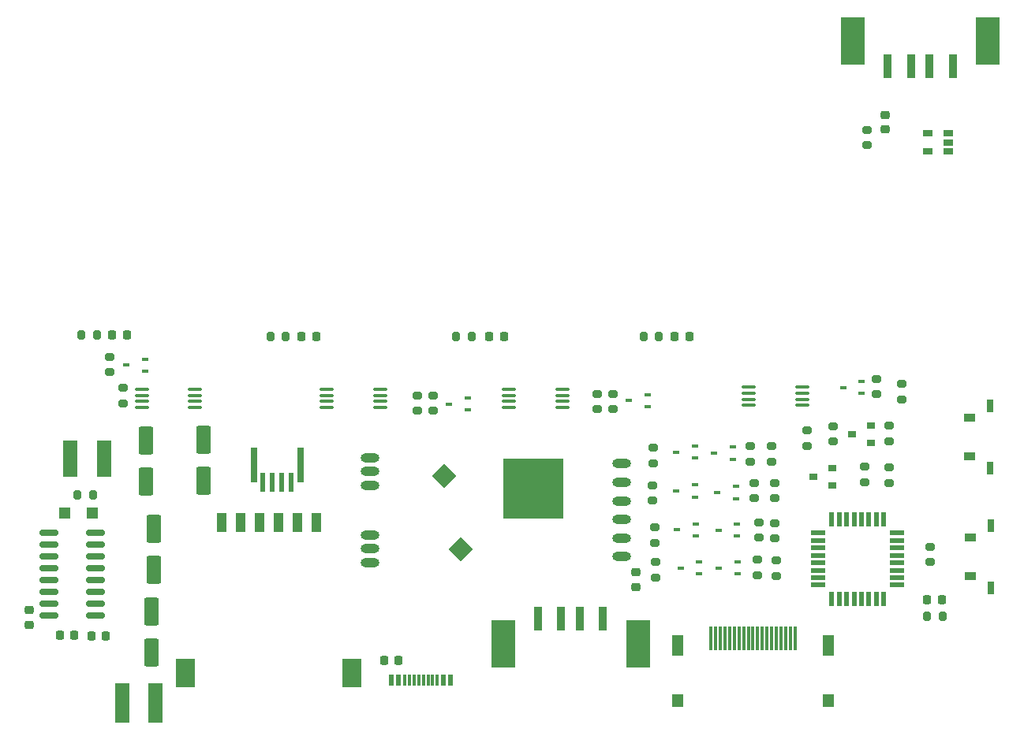
<source format=gbr>
%TF.GenerationSoftware,KiCad,Pcbnew,(6.0.1-0)*%
%TF.CreationDate,2022-04-09T17:35:35-06:00*%
%TF.ProjectId,HAT_CM4_183,4841545f-434d-4345-9f31-38332e6b6963,1.8.3*%
%TF.SameCoordinates,Original*%
%TF.FileFunction,Paste,Bot*%
%TF.FilePolarity,Positive*%
%FSLAX46Y46*%
G04 Gerber Fmt 4.6, Leading zero omitted, Abs format (unit mm)*
G04 Created by KiCad (PCBNEW (6.0.1-0)) date 2022-04-09 17:35:35*
%MOMM*%
%LPD*%
G01*
G04 APERTURE LIST*
G04 Aperture macros list*
%AMRoundRect*
0 Rectangle with rounded corners*
0 $1 Rounding radius*
0 $2 $3 $4 $5 $6 $7 $8 $9 X,Y pos of 4 corners*
0 Add a 4 corners polygon primitive as box body*
4,1,4,$2,$3,$4,$5,$6,$7,$8,$9,$2,$3,0*
0 Add four circle primitives for the rounded corners*
1,1,$1+$1,$2,$3*
1,1,$1+$1,$4,$5*
1,1,$1+$1,$6,$7*
1,1,$1+$1,$8,$9*
0 Add four rect primitives between the rounded corners*
20,1,$1+$1,$2,$3,$4,$5,0*
20,1,$1+$1,$4,$5,$6,$7,0*
20,1,$1+$1,$6,$7,$8,$9,0*
20,1,$1+$1,$8,$9,$2,$3,0*%
%AMRotRect*
0 Rectangle, with rotation*
0 The origin of the aperture is its center*
0 $1 length*
0 $2 width*
0 $3 Rotation angle, in degrees counterclockwise*
0 Add horizontal line*
21,1,$1,$2,0,0,$3*%
G04 Aperture macros list end*
%ADD10R,0.900000X2.500000*%
%ADD11R,2.500000X5.150000*%
%ADD12RoundRect,0.225000X0.225000X0.250000X-0.225000X0.250000X-0.225000X-0.250000X0.225000X-0.250000X0*%
%ADD13RoundRect,0.225000X-0.250000X0.225000X-0.250000X-0.225000X0.250000X-0.225000X0.250000X0.225000X0*%
%ADD14RoundRect,0.250000X0.550000X-1.250000X0.550000X1.250000X-0.550000X1.250000X-0.550000X-1.250000X0*%
%ADD15RoundRect,0.200000X-0.275000X0.200000X-0.275000X-0.200000X0.275000X-0.200000X0.275000X0.200000X0*%
%ADD16R,1.060000X0.650000*%
%ADD17RoundRect,0.200000X0.275000X-0.200000X0.275000X0.200000X-0.275000X0.200000X-0.275000X-0.200000X0*%
%ADD18R,0.700000X0.450000*%
%ADD19R,1.140000X2.030000*%
%ADD20R,2.032000X3.048000*%
%ADD21R,1.270000X0.900000*%
%ADD22R,0.800000X1.450000*%
%ADD23RoundRect,0.200000X0.200000X0.275000X-0.200000X0.275000X-0.200000X-0.275000X0.200000X-0.275000X0*%
%ADD24RoundRect,0.200000X-0.200000X-0.275000X0.200000X-0.275000X0.200000X0.275000X-0.200000X0.275000X0*%
%ADD25RoundRect,0.218750X0.218750X0.256250X-0.218750X0.256250X-0.218750X-0.256250X0.218750X-0.256250X0*%
%ADD26RoundRect,0.100000X0.637500X0.100000X-0.637500X0.100000X-0.637500X-0.100000X0.637500X-0.100000X0*%
%ADD27R,0.700000X3.800000*%
%ADD28R,0.600000X2.000000*%
%ADD29O,2.000000X1.000000*%
%ADD30R,6.400000X6.400000*%
%ADD31RotRect,1.800000X1.800000X225.000000*%
%ADD32R,1.600000X0.550000*%
%ADD33R,0.550000X1.600000*%
%ADD34R,1.300000X1.400000*%
%ADD35R,1.300000X2.200000*%
%ADD36R,0.300000X2.600000*%
%ADD37R,1.500000X4.000000*%
%ADD38RoundRect,0.150000X0.850000X0.150000X-0.850000X0.150000X-0.850000X-0.150000X0.850000X-0.150000X0*%
%ADD39R,0.900000X0.800000*%
%ADD40R,1.500000X4.200000*%
%ADD41R,0.600000X1.150000*%
%ADD42R,0.300000X1.150000*%
%ADD43RoundRect,0.225000X-0.225000X-0.250000X0.225000X-0.250000X0.225000X0.250000X-0.225000X0.250000X0*%
%ADD44R,1.250000X1.220000*%
G04 APERTURE END LIST*
D10*
%TO.C,J4*%
X193320860Y-128307120D03*
X195820000Y-128305000D03*
X197820000Y-128305000D03*
X200320000Y-128305000D03*
D11*
X189570000Y-125625000D03*
X204070000Y-125625000D03*
%TD*%
D12*
%TO.C,C16*%
X106035000Y-189430000D03*
X104485000Y-189430000D03*
%TD*%
D13*
%TO.C,C40*%
X166330000Y-182695000D03*
X166330000Y-184245000D03*
%TD*%
D14*
%TO.C,C20*%
X114580000Y-182430000D03*
X114580000Y-178030000D03*
%TD*%
D15*
%TO.C,R2*%
X197900000Y-179925000D03*
X197900000Y-181575000D03*
%TD*%
D16*
%TO.C,U6*%
X199800000Y-135530000D03*
X199800000Y-136480000D03*
X199800000Y-137430000D03*
X197600000Y-137430000D03*
X197600000Y-135530000D03*
%TD*%
D17*
%TO.C,R28*%
X192150000Y-163545000D03*
X192150000Y-161895000D03*
%TD*%
%TO.C,R19*%
X179020000Y-174735000D03*
X179020000Y-173085000D03*
%TD*%
%TO.C,R3*%
X193480000Y-168595000D03*
X193480000Y-166945000D03*
%TD*%
D18*
%TO.C,Q16*%
X190530000Y-162180000D03*
X190530000Y-163480000D03*
X188530000Y-162830000D03*
%TD*%
D17*
%TO.C,R16*%
X144570000Y-165305000D03*
X144570000Y-163655000D03*
%TD*%
D19*
%TO.C,J6*%
X121810000Y-177361000D03*
X123842000Y-177361000D03*
X125874000Y-177361000D03*
X127906000Y-177361000D03*
X129938000Y-177361000D03*
X131970000Y-177361000D03*
D20*
X135843500Y-193490000D03*
X117936500Y-193490000D03*
%TD*%
D17*
%TO.C,R11*%
X168420000Y-183225000D03*
X168420000Y-181575000D03*
%TD*%
%TO.C,R12*%
X181190000Y-179035000D03*
X181190000Y-177385000D03*
%TD*%
D21*
%TO.C,PB1*%
X202085000Y-166034000D03*
X202085000Y-170234000D03*
D22*
X204320000Y-164759000D03*
X204320000Y-171509000D03*
%TD*%
D23*
%TO.C,R57*%
X199195000Y-187420000D03*
X197545000Y-187420000D03*
%TD*%
D15*
%TO.C,R27*%
X194830000Y-162430000D03*
X194830000Y-164080000D03*
%TD*%
D24*
%TO.C,R26*%
X167105000Y-157360000D03*
X168755000Y-157360000D03*
%TD*%
D25*
%TO.C,LED3*%
X152160000Y-157370000D03*
X150585000Y-157370000D03*
%TD*%
D24*
%TO.C,R8*%
X106805000Y-157190000D03*
X108455000Y-157190000D03*
%TD*%
D17*
%TO.C,R13*%
X179501822Y-178935000D03*
X179501822Y-177285000D03*
%TD*%
D26*
%TO.C,Q9*%
X138862500Y-163025000D03*
X138862500Y-163675000D03*
X138862500Y-164325000D03*
X138862500Y-164975000D03*
X133137500Y-164975000D03*
X133137500Y-164325000D03*
X133137500Y-163675000D03*
X133137500Y-163025000D03*
%TD*%
D12*
%TO.C,C39*%
X140815000Y-192130000D03*
X139265000Y-192130000D03*
%TD*%
D15*
%TO.C,R21*%
X163850000Y-163525000D03*
X163850000Y-165175000D03*
%TD*%
D14*
%TO.C,C15*%
X119920000Y-172850000D03*
X119920000Y-168450000D03*
%TD*%
D17*
%TO.C,R1*%
X193480000Y-173085000D03*
X193480000Y-171435000D03*
%TD*%
D25*
%TO.C,LED4*%
X172020000Y-157360000D03*
X170445000Y-157360000D03*
%TD*%
D17*
%TO.C,R9*%
X109860000Y-161195000D03*
X109860000Y-159545000D03*
%TD*%
D18*
%TO.C,Q12*%
X167560000Y-163590000D03*
X167560000Y-164890000D03*
X165560000Y-164240000D03*
%TD*%
%TO.C,Q11*%
X172610000Y-173290000D03*
X172610000Y-174590000D03*
X170610000Y-173940000D03*
%TD*%
D14*
%TO.C,C14*%
X113680000Y-172890000D03*
X113680000Y-168490000D03*
%TD*%
D17*
%TO.C,R23*%
X168080000Y-174955000D03*
X168080000Y-173305000D03*
%TD*%
D25*
%TO.C,LED2*%
X131997500Y-157380000D03*
X130422500Y-157380000D03*
%TD*%
D17*
%TO.C,R6*%
X181340000Y-183065000D03*
X181340000Y-181415000D03*
%TD*%
%TO.C,R17*%
X168321822Y-179505000D03*
X168321822Y-177855000D03*
%TD*%
D10*
%TO.C,J3*%
X162784238Y-187652880D03*
X160285098Y-187655000D03*
X158285098Y-187655000D03*
X155785098Y-187655000D03*
D11*
X166535098Y-190335000D03*
X152035098Y-190335000D03*
%TD*%
D17*
%TO.C,R24*%
X180850000Y-170790000D03*
X180850000Y-169140000D03*
%TD*%
D27*
%TO.C,J7*%
X125290000Y-171150000D03*
X130290000Y-171150000D03*
D28*
X126290000Y-173050000D03*
X127290000Y-173050000D03*
X128290000Y-173050000D03*
X129290000Y-173050000D03*
%TD*%
D29*
%TO.C,U15*%
X164790000Y-181000000D03*
X164790000Y-179000000D03*
X164790000Y-177000000D03*
X164790000Y-175000000D03*
X164790000Y-173000000D03*
X164790000Y-171000000D03*
X137790000Y-170350000D03*
X137790000Y-171850000D03*
X137790000Y-173350000D03*
X137790000Y-178650000D03*
X137790000Y-180150000D03*
X137790000Y-181650000D03*
D30*
X155290000Y-173700000D03*
D31*
X145740000Y-172300000D03*
X147490000Y-180200000D03*
%TD*%
D18*
%TO.C,Q3*%
X173110000Y-181560000D03*
X173110000Y-182860000D03*
X171110000Y-182210000D03*
%TD*%
D26*
%TO.C,Q17*%
X184172500Y-162795000D03*
X184172500Y-163445000D03*
X184172500Y-164095000D03*
X184172500Y-164745000D03*
X178447500Y-164745000D03*
X178447500Y-164095000D03*
X178447500Y-163445000D03*
X178447500Y-162795000D03*
%TD*%
D32*
%TO.C,U1*%
X194360000Y-178450000D03*
X194360000Y-179250000D03*
X194360000Y-180050000D03*
X194360000Y-180850000D03*
X194360000Y-181650000D03*
X194360000Y-182450000D03*
X194360000Y-183250000D03*
X194360000Y-184050000D03*
D33*
X192910000Y-185500000D03*
X192110000Y-185500000D03*
X191310000Y-185500000D03*
X190510000Y-185500000D03*
X189710000Y-185500000D03*
X188910000Y-185500000D03*
X188110000Y-185500000D03*
X187310000Y-185500000D03*
D32*
X185860000Y-184050000D03*
X185860000Y-183250000D03*
X185860000Y-182450000D03*
X185860000Y-181650000D03*
X185860000Y-180850000D03*
X185860000Y-180050000D03*
X185860000Y-179250000D03*
X185860000Y-178450000D03*
D33*
X187310000Y-177000000D03*
X188110000Y-177000000D03*
X188910000Y-177000000D03*
X189710000Y-177000000D03*
X190510000Y-177000000D03*
X191310000Y-177000000D03*
X192110000Y-177000000D03*
X192910000Y-177000000D03*
%TD*%
D34*
%TO.C,J2*%
X170821098Y-196463250D03*
X186921098Y-196463250D03*
D35*
X170821098Y-190503250D03*
X186921098Y-190503250D03*
D36*
X183371098Y-189743250D03*
X182871098Y-189743250D03*
X182371098Y-189743250D03*
X181871098Y-189743250D03*
X181371098Y-189743250D03*
X180871098Y-189743250D03*
X180371098Y-189743250D03*
X179871098Y-189743250D03*
X179371098Y-189743250D03*
X178871098Y-189743250D03*
X178371098Y-189743250D03*
X177871098Y-189743250D03*
X177371098Y-189743250D03*
X176871098Y-189743250D03*
X176371098Y-189743250D03*
X175871098Y-189743250D03*
X175371098Y-189743250D03*
X174871098Y-189743250D03*
X174371098Y-189743250D03*
%TD*%
D37*
%TO.C,L2*%
X109200000Y-170510000D03*
X105600000Y-170510000D03*
%TD*%
D17*
%TO.C,R41*%
X191120000Y-136775000D03*
X191120000Y-135125000D03*
%TD*%
D38*
%TO.C,U8*%
X108300000Y-178385000D03*
X108300000Y-179655000D03*
X108300000Y-180925000D03*
X108300000Y-182195000D03*
X108300000Y-183465000D03*
X108300000Y-184735000D03*
X108300000Y-186005000D03*
X108300000Y-187275000D03*
X103300000Y-187275000D03*
X103300000Y-186005000D03*
X103300000Y-184735000D03*
X103300000Y-183465000D03*
X103300000Y-182195000D03*
X103300000Y-180925000D03*
X103300000Y-179655000D03*
X103300000Y-178385000D03*
%TD*%
D17*
%TO.C,R4*%
X187490000Y-168605000D03*
X187490000Y-166955000D03*
%TD*%
D14*
%TO.C,C19*%
X114350000Y-191310000D03*
X114350000Y-186910000D03*
%TD*%
D24*
%TO.C,R14*%
X127095000Y-157380000D03*
X128745000Y-157380000D03*
%TD*%
D39*
%TO.C,D1*%
X187340000Y-173380000D03*
X185340000Y-172430000D03*
X187340000Y-171480000D03*
%TD*%
D17*
%TO.C,R22*%
X162140000Y-165145000D03*
X162140000Y-163495000D03*
%TD*%
D24*
%TO.C,R20*%
X147035000Y-157370000D03*
X148685000Y-157370000D03*
%TD*%
D18*
%TO.C,Q10*%
X177050000Y-173450000D03*
X177050000Y-174750000D03*
X175050000Y-174100000D03*
%TD*%
%TO.C,Q6*%
X177171822Y-177500000D03*
X177171822Y-178800000D03*
X175171822Y-178150000D03*
%TD*%
D17*
%TO.C,R50*%
X190830000Y-173005000D03*
X190830000Y-171355000D03*
%TD*%
D18*
%TO.C,Q4*%
X113630000Y-159760000D03*
X113630000Y-161060000D03*
X111630000Y-160410000D03*
%TD*%
D21*
%TO.C,PB2*%
X202185000Y-178914000D03*
X202185000Y-183114000D03*
D22*
X204420000Y-177639000D03*
X204420000Y-184389000D03*
%TD*%
D40*
%TO.C,L3*%
X111160000Y-196700000D03*
X114760000Y-196700000D03*
%TD*%
D18*
%TO.C,Q7*%
X172711822Y-177460000D03*
X172711822Y-178760000D03*
X170711822Y-178110000D03*
%TD*%
D41*
%TO.C,J5*%
X146445098Y-194242500D03*
X145645098Y-194242500D03*
D42*
X144495098Y-194242500D03*
X143495098Y-194242500D03*
X142995098Y-194242500D03*
X141995098Y-194242500D03*
D41*
X140045098Y-194242500D03*
X140845098Y-194242500D03*
D42*
X141495098Y-194242500D03*
X142495098Y-194242500D03*
X143995098Y-194242500D03*
X144995098Y-194242500D03*
%TD*%
D17*
%TO.C,R25*%
X178610000Y-170785000D03*
X178610000Y-169135000D03*
%TD*%
D18*
%TO.C,Q2*%
X177200000Y-181550000D03*
X177200000Y-182850000D03*
X175200000Y-182200000D03*
%TD*%
D17*
%TO.C,R29*%
X168122560Y-170936600D03*
X168122560Y-169286600D03*
%TD*%
D25*
%TO.C,LED1*%
X111697500Y-157210000D03*
X110122500Y-157210000D03*
%TD*%
D13*
%TO.C,C12*%
X193040000Y-133525000D03*
X193040000Y-135075000D03*
%TD*%
D25*
%TO.C,LED12*%
X199147500Y-185600000D03*
X197572500Y-185600000D03*
%TD*%
D17*
%TO.C,R18*%
X181230000Y-174715000D03*
X181230000Y-173065000D03*
%TD*%
D39*
%TO.C,Q1*%
X191510000Y-166900000D03*
X191510000Y-168800000D03*
X189510000Y-167850000D03*
%TD*%
D26*
%TO.C,Q5*%
X118982500Y-163025000D03*
X118982500Y-163675000D03*
X118982500Y-164325000D03*
X118982500Y-164975000D03*
X113257500Y-164975000D03*
X113257500Y-164325000D03*
X113257500Y-163675000D03*
X113257500Y-163025000D03*
%TD*%
D18*
%TO.C,Q15*%
X172622560Y-169111600D03*
X172622560Y-170411600D03*
X170622560Y-169761600D03*
%TD*%
D43*
%TO.C,C17*%
X107855000Y-189520000D03*
X109405000Y-189520000D03*
%TD*%
D17*
%TO.C,R5*%
X184660000Y-169075000D03*
X184660000Y-167425000D03*
%TD*%
D44*
%TO.C,D5*%
X107980000Y-176280000D03*
X104980000Y-176280000D03*
%TD*%
D17*
%TO.C,R7*%
X179350000Y-182995000D03*
X179350000Y-181345000D03*
%TD*%
%TO.C,R10*%
X111270000Y-164505000D03*
X111270000Y-162855000D03*
%TD*%
D23*
%TO.C,R45*%
X108015000Y-174380000D03*
X106365000Y-174380000D03*
%TD*%
D15*
%TO.C,R15*%
X142860000Y-163655000D03*
X142860000Y-165305000D03*
%TD*%
D26*
%TO.C,Q13*%
X158432500Y-163025000D03*
X158432500Y-163675000D03*
X158432500Y-164325000D03*
X158432500Y-164975000D03*
X152707500Y-164975000D03*
X152707500Y-164325000D03*
X152707500Y-163675000D03*
X152707500Y-163025000D03*
%TD*%
D18*
%TO.C,Q8*%
X148270000Y-163960000D03*
X148270000Y-165260000D03*
X146270000Y-164610000D03*
%TD*%
D13*
%TO.C,C18*%
X101150000Y-186755000D03*
X101150000Y-188305000D03*
%TD*%
D18*
%TO.C,Q14*%
X176692560Y-169211600D03*
X176692560Y-170511600D03*
X174692560Y-169861600D03*
%TD*%
M02*

</source>
